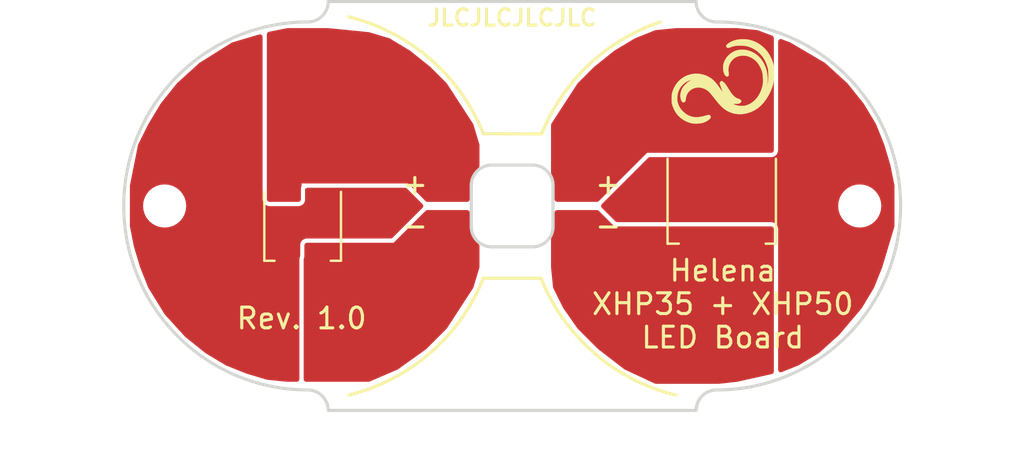
<source format=kicad_pcb>
(kicad_pcb (version 20221018) (generator pcbnew)
  (layers (0 "F.Cu" signal) (31 "B.Cu" signal) (34 "B.Paste" user) (35 "F.Paste" user) (36 "B.SilkS" user "B.Silkscreen") (37 "F.SilkS" user "F.Silkscreen") (38 "B.Mask" user) (39 "F.Mask" user) (44 "Edge.Cuts" user))
  (net 0 "")
  (net 1 "Net-(D1-K)")
  (net 2 "Net-(D1-A)")
  (net 3 "unconnected-(D1-PAD-Pad3)")
  (net 4 "Net-(D2-K)")
  (net 5 "Net-(D2-A)")
  (net 6 "unconnected-(D2-PAD-Pad3)")
  (footprint "XHP35_XHP50_KD2:MountingHole_3.2mm_M3" (layer "F.Cu") (at 50 143)
    (fp_text reference "REF**" hide)
    (fp_text value "MountingHole_3.0mm")
    (pad "" np_thru_hole circle (at 0 0) (size 3 3) (drill 3) (layers "*.Cu" "*.Mask"))
  )
  (footprint "XHP35_XHP50_KD2:MountingHole_3.2mm_M3" (layer "F.Cu") (at 50 157)
    (fp_text reference "REF**" hide)
    (fp_text value "MountingHole_3.0mm")
    (pad "" np_thru_hole circle (at 0 0) (size 3 3) (drill 3) (layers "*.Cu" "*.Mask"))
  )
  (footprint "XHP35_XHP50_KD2:MountingHole_3.2mm_M3" (layer "F.Cu") (at 67 150)
    (fp_text reference "REF**" hide)
    (fp_text value "MountingHole_3.0mm")
    (pad "" np_thru_hole circle (at 0 0) (size 1.6 1.6) (drill 1.6) (layers "*.Cu" "*.Mask"))
  )
  (footprint "XHP35_XHP50_KD2:MountingHole_3.2mm_M3" (layer "F.Cu") (at 33 150)
    (fp_text reference "REF**" hide)
    (fp_text value "MountingHole_3.0mm")
    (pad "" np_thru_hole circle (at 0 0) (size 1.6 1.6) (drill 1.6) (layers "*.Cu" "*.Mask"))
  )
  (footprint "XHP35_XHP50_KD2:PinHeader_2x02_P2.00mm_Vertical_SMD" (layer "F.Cu") (at 50 150)
    (fp_text reference "J1" hide)
    (fp_text value "Conn_02x02_Odd_Even")
    (pad "1" smd rect (at -3.15 -1) (size 1.7 1) (layers "F.Cu" "F.Paste" "F.Mask") (net 2 "Net-(D1-A)"))
    (pad "2" smd rect (at 3.15 -1) (size 1.7 1) (layers "F.Cu" "F.Paste" "F.Mask") (net 5 "Net-(D2-A)"))
    (pad "3" smd rect (at -3.15 1) (size 1.7 1) (layers "F.Cu" "F.Paste" "F.Mask") (net 1 "Net-(D1-K)"))
    (pad "4" smd rect (at 3.15 1) (size 1.7 1) (layers "F.Cu" "F.Paste" "F.Mask") (net 4 "Net-(D2-K)"))
  )
  (footprint "XHP35_XHP50_KD2:Helena_5,0x4,1mm" (layer "F.Cu") (at 60.3 143.9)
    (fp_text reference "G***" hide)
    (fp_text value "LOGO" hide)
    (fp_poly (pts (xy 1.121858 -2.050452) (xy 1.24378 -2.037938) (xy 1.333863 -2.020586) (xy 1.532991 -1.955444) (xy 1.718711 -1.864607) (xy 1.889446 -1.749826) (xy 2.043616 -1.612847) (xy 2.179642 -1.45542) (xy 2.295946 -1.279292) (xy 2.390948 -1.086211) (xy 2.46307 -0.877926) (xy 2.497537 -0.732118) (xy 2.504539 -0.679398) (xy 2.510162 -0.603584) (xy 2.514059 -0.511445) (xy 2.515882 -0.409752) (xy 2.515966 -0.37353) (xy 2.512664 -0.219078) (xy 2.502381 -0.084343) (xy 2.483638 0.040334) (xy 2.454958 0.164608) (xy 2.414863 0.298136) (xy 2.411667 0.307849) (xy 2.335236 0.504347) (xy 2.238738 0.69579) (xy 2.125567 0.877258) (xy 1.999113 1.04383) (xy 1.862769 1.190589) (xy 1.719927 1.312612) (xy 1.717819 1.31418) (xy 1.546379 1.424246) (xy 1.363047 1.510058) (xy 1.171958 1.570334) (xy 0.977241 1.603792) (xy 0.783031 1.60915) (xy 0.769471 1.608434) (xy 0.627222 1.59432) (xy 0.500841 1.567901) (xy 0.377773 1.526094) (xy 0.304402 1.494248) (xy 0.213233 1.447822) (xy 0.126756 1.394225) (xy 0.041974 1.33067) (xy -0.04411 1.254368) (xy -0.134493 1.162534) (xy -0.232172 1.052381) (xy -0.340145 0.92112) (xy -0.417258 0.823174) (xy -0.480457 0.74308) (xy -0.54277 0.666407) (xy -0.600077 0.598053) (xy -0.648257 0.542919) (xy -0.683191 0.505905) (xy -0.687363 0.50191) (xy -0.789866 0.423721) (xy -0.908323 0.363015) (xy -1.035528 0.322071) (xy -1.164274 0.303168) (xy -1.287356 0.308583) (xy -1.294879 0.309812) (xy -1.421208 0.344994) (xy -1.534817 0.403263) (xy -1.632593 0.481355) (xy -1.711426 0.576008) (xy -1.768206 0.683959) (xy -1.79982 0.801944) (xy -1.804306 0.844111) (xy -1.814264 0.924428) (xy -1.833259 0.98024) (xy -1.863445 1.01612) (xy -1.892857 1.032005) (xy -1.938046 1.035632) (xy -1.978923 1.013495) (xy -2.014153 0.969563) (xy -2.042407 0.907806) (xy -2.062351 0.832193) (xy -2.072653 0.746693) (xy -2.071982 0.655276) (xy -2.059005 0.56191) (xy -2.055659 0.546892) (xy -2.034789 0.476234) (xy -2.006073 0.400796) (xy -1.983649 0.352657) (xy -1.930431 0.270091) (xy -1.857675 0.183459) (xy -1.773273 0.100556) (xy -1.685115 0.029177) (xy -1.606176 -0.020288) (xy -1.560413 -0.045803) (xy -1.541153 -0.06063) (xy -1.546969 -0.064711) (xy -1.576438 -0.057991) (xy -1.628135 -0.040411) (xy -1.673412 -0.022964) (xy -1.810312 0.047415) (xy -1.932756 0.142171) (xy -2.037856 0.25813) (xy -2.122725 0.392119) (xy -2.183493 0.537882) (xy -2.20662 0.634928) (xy -2.220286 0.746058) (xy -2.22399 0.860073) (xy -2.217235 0.965776) (xy -2.205468 1.031036) (xy -2.156792 1.177185) (xy -2.086653 1.308035) (xy -1.991481 1.429772) (xy -1.950902 1.472062) (xy -1.818909 1.585737) (xy -1.679858 1.670843) (xy -1.532781 1.727622) (xy -1.37671 1.756318) (xy -1.210678 1.757174) (xy -1.033715 1.730432) (xy -0.976506 1.716582) (xy -0.87359 1.689706) (xy -0.795617 1.669866) (xy -0.738656 1.656399) (xy -0.698776 1.648643) (xy -0.672047 1.645933) (xy -0.654538 1.647606) (xy -0.642318 1.652998) (xy -0.634527 1.658863) (xy -0.600542 1.703818) (xy -0.590004 1.757313) (xy -0.597763 1.793221) (xy -0.627733 1.83636) (xy -0.680735 1.883641) (xy -0.750939 1.931457) (xy -0.832518 1.976199) (xy -0.919644 2.014256) (xy -0.994402 2.038843) (xy -1.077795 2.055348) (xy -1.179432 2.06604) (xy -1.288905 2.070642) (xy -1.395801 2.068879) (xy -1.489711 2.060476) (xy -1.53147 2.053055) (xy -1.712991 1.99762) (xy -1.883481 1.915957) (xy -2.03941 1.810301) (xy -2.177247 1.682891) (xy -2.248436 1.598706) (xy -2.325212 1.488315) (xy -2.387413 1.373384) (xy -2.441019 1.242517) (xy -2.452329 1.210235) (xy -2.472346 1.149473) (xy -2.485989 1.099733) (xy -2.494498 1.052344) (xy -2.499116 0.998636) (xy -2.501086 0.92994) (xy -2.501561 0.866588) (xy -2.499146 0.743112) (xy -2.489452 0.63918) (xy -2.470346 0.5449) (xy -2.439696 0.450381) (xy -2.395369 0.345731) (xy -2.383979 0.321235) (xy -2.290717 0.156871) (xy -2.175812 0.011703) (xy -2.041754 -0.112693) (xy -1.891034 -0.214742) (xy -1.726143 -0.292868) (xy -1.549572 -0.345495) (xy -1.363812 -0.371048) (xy -1.285932 -0.373333) (xy -1.139321 -0.362469) (xy -0.985951 -0.33237) (xy -0.839005 -0.286059) (xy -0.763202 -0.253578) (xy -0.667219 -0.20374) (xy -0.580489 -0.149572) (xy -0.499533 -0.087678) (xy -0.420873 -0.014663) (xy -0.341029 0.072869) (xy -0.256523 0.178314) (xy -0.163877 0.305068) (xy -0.106757 0.387184) (xy -0.066651 0.445049) (xy -0.03342 0.491872) (xy -0.010212 0.523302) (xy -0.000175 0.534986) (xy 0 0.534782) (xy -0.004947 0.51865) (xy -0.018542 0.479767) (xy -0.038914 0.423355) (xy -0.064192 0.354632) (xy -0.074503 0.326892) (xy -0.101474 0.25223) (xy -0.124123 0.185152) (xy -0.140501 0.131773) (xy -0.148655 0.09821) (xy -0.149209 0.092703) (xy -0.139056 0.059961) (xy -0.114203 0.024149) (xy -0.083552 -0.004282) (xy -0.057512 -0.014941) (xy -0.025589 -0.004006) (xy 0.017859 0.025151) (xy 0.066148 0.067059) (xy 0.112597 0.116244) (xy 0.131549 0.139866) (xy 0.160567 0.18089) (xy 0.200254 0.240515) (xy 0.246007 0.311656) (xy 0.293221 0.387231) (xy 0.307644 0.410795) (xy 0.399525 0.551206) (xy 0.487619 0.664543) (xy 0.571351 0.750188) (xy 0.650145 0.807521) (xy 0.694765 0.828057) (xy 0.770276 0.855765) (xy 0.822751 0.878555) (xy 0.857931 0.899553) (xy 0.881559 0.921886) (xy 0.891115 0.934955) (xy 0.907774 0.966268) (xy 0.906063 0.991456) (xy 0.895582 1.01239) (xy 0.859491 1.056417) (xy 0.807924 1.085183) (xy 0.736816 1.100112) (xy 0.642105 1.102627) (xy 0.638363 1.102509) (xy 0.57623 1.101094) (xy 0.540014 1.102253) (xy 0.525819 1.106513) (xy 0.52975 1.114405) (xy 0.532882 1.116842) (xy 0.602302 1.1538) (xy 0.692904 1.182076) (xy 0.797009 1.20074) (xy 0.906941 1.208863) (xy 1.015022 1.205515) (xy 1.113574 1.189767) (xy 1.120588 1.188003) (xy 1.274751 1.132909) (xy 1.418582 1.051373) (xy 1.550214 0.945614) (xy 1.667775 0.817848) (xy 1.769395 0.670296) (xy 1.853204 0.505173) (xy 1.917333 0.324699) (xy 1.945708 0.209376) (xy 1.945744 0.209176) (xy 2.166471 0.209176) (xy 2.171937 0.221475) (xy 2.176432 0.219137) (xy 2.17822 0.201405) (xy 2.176432 0.199216) (xy 2.167549 0.201267) (xy 2.166471 0.209176) (xy 1.945744 0.209176) (xy 1.95886 0.137977) (xy 1.966737 0.071789) (xy 1.969978 0.000768) (xy 1.969225 -0.085127) (xy 1.967637 -0.134471) (xy 1.960303 -0.259879) (xy 1.947136 -0.365092) (xy 1.925965 -0.459569) (xy 1.894617 -0.552772) (xy 1.850922 -0.654162) (xy 1.845899 -0.664882) (xy 1.758973 -0.822243) (xy 1.658022 -0.954053) (xy 1.541541 -1.061894) (xy 1.408024 -1.14735) (xy 1.368041 -1.167173) (xy 1.253518 -1.214133) (xy 1.147215 -1.242085) (xy 1.036971 -1.253871) (xy 0.993588 -1.254704) (xy 0.842551 -1.242588) (xy 0.707877 -1.205872) (xy 0.588194 -1.144008) (xy 0.482131 -1.056448) (xy 0.472119 -1.04615) (xy 0.382459 -0.931404) (xy 0.319257 -0.804261) (xy 0.28347 -0.667766) (xy 0.276055 -0.524962) (xy 0.283941 -0.447856) (xy 0.293872 -0.36517) (xy 0.293257 -0.30627) (xy 0.28132 -0.266699) (xy 0.257283 -0.242003) (xy 0.247101 -0.236601) (xy 0.215582 -0.228548) (xy 0.182359 -0.237883) (xy 0.163059 -0.248315) (xy 0.113787 -0.293016) (xy 0.073374 -0.361149) (xy 0.042804 -0.447321) (xy 0.023057 -0.546136) (xy 0.015116 -0.652203) (xy 0.019963 -0.760127) (xy 0.03858 -0.864516) (xy 0.046024 -0.891162) (xy 0.104402 -1.033686) (xy 0.187928 -1.165505) (xy 0.292739 -1.283087) (xy 0.414974 -1.3829) (xy 0.550771 -1.461412) (xy 0.69627 -1.515093) (xy 0.739588 -1.525482) (xy 0.841012 -1.53909) (xy 0.958024 -1.542426) (xy 1.078292 -1.535858) (xy 1.18948 -1.519756) (xy 1.228213 -1.510843) (xy 1.408029 -1.448963) (xy 1.572428 -1.361741) (xy 1.720427 -1.249999) (xy 1.851041 -1.114563) (xy 1.963288 -0.956254) (xy 2.024608 -0.844177) (xy 2.102245 -0.662724) (xy 2.15574 -0.480324) (xy 2.186352 -0.290685) (xy 2.19534 -0.087515) (xy 2.193186 -0.001591) (xy 2.185789 0.171823) (xy 2.208107 0.089647) (xy 2.219495 0.027883) (xy 2.227543 -0.056425) (xy 2.232279 -0.156128) (xy 2.233727 -0.264077) (xy 2.231914 -0.373125) (xy 2.226865 -0.476121) (xy 2.218606 -0.565918) (xy 2.207164 -0.635366) (xy 2.205458 -0.642471) (xy 2.140283 -0.847545) (xy 2.052962 -1.035779) (xy 1.944768 -1.205504) (xy 1.816973 -1.355051) (xy 1.670849 -1.482747) (xy 1.507669 -1.586925) (xy 1.471706 -1.605483) (xy 1.351928 -1.660083) (xy 1.241334 -1.698745) (xy 1.12929 -1.724129) (xy 1.005167 -1.738896) (xy 0.918883 -1.743831) (xy 0.758107 -1.744203) (xy 0.616911 -1.730757) (xy 0.487846 -1.702423) (xy 0.385203 -1.667072) (xy 0.318677 -1.642476) (xy 0.271758 -1.631403) (xy 0.237557 -1.633559) (xy 0.209186 -1.64865) (xy 0.197053 -1.659053) (xy 0.169508 -1.69653) (xy 0.167901 -1.736) (xy 0.192917 -1.780613) (xy 0.232548 -1.822113) (xy 0.309497 -1.880089) (xy 0.409064 -1.935103) (xy 0.523991 -1.983606) (xy 0.635 -2.018878) (xy 0.737468 -2.038969) (xy 0.859141 -2.050944) (xy 0.990457 -2.054779) (xy 1.121858 -2.050452)) (stroke (width 0.01)) (fill solid) (layer "F.SilkS"))
  )
  (footprint "XHP35_XHP50_KD2:LED_Cree-XHP35_6V" (layer "F.Cu") (at 39.75 150.80625 90)
    (fp_text reference "D1" hide)
    (fp_text value "LED_Cree_XHP35_6V")
    (fp_line (start -1.875 -1.875) (end -1.875 -1.375) (stroke (width 0.12)) (layer "F.SilkS"))
    (fp_line (start -1.875 1.875) (end -1.875 1.375) (stroke (width 0.12)) (layer "F.SilkS"))
    (fp_line (start 1.5 -1.875) (end -1.875 -1.875) (stroke (width 0.12)) (layer "F.SilkS"))
    (fp_line (start 1.5 1.875) (end -1.875 1.875) (stroke (width 0.12)) (layer "F.SilkS"))
    (pad "1" smd rect (at -1.4 0.885 90) (size 0.5 1.53) (layers "F.Cu") (net 1 "Net-(D1-K)"))
    (pad "2" smd rect (at 1.4 -0.885 90) (size 0.5 1.53) (layers "F.Cu" "F.Mask") (net 2 "Net-(D1-A)"))
    (pad "3" smd rect (at -1.15 -0.885 90) (size 1 1.53) (layers "F.Cu") (net 3 "unconnected-(D1-PAD-Pad3)"))
    (pad "3" smd rect (at 0 0 90) (size 1.3 3.3) (layers "F.Cu") (net 3 "unconnected-(D1-PAD-Pad3)"))
    (pad "3" smd rect (at 1.15 0.885 90) (size 1 1.53) (layers "F.Cu") (net 3 "unconnected-(D1-PAD-Pad3)"))
  )
  (footprint "XHP35_XHP50_KD2:LED_Cree-XHP50_6V" (layer "F.Cu") (at 60.25 149.19375 90)
    (fp_text reference "D2" hide)
    (fp_text value "LED_Cree_XHP50_6V")
    (fp_line (start -2.65 -2.65) (end -2.65 -2.1) (stroke (width 0.12)) (layer "F.SilkS"))
    (fp_line (start -2.65 2.65) (end -2.65 2.15) (stroke (width 0.12)) (layer "F.SilkS"))
    (fp_line (start 1.5 -2.65) (end -2.65 -2.65) (stroke (width 0.12)) (layer "F.SilkS"))
    (fp_line (start 1.5 2.65) (end -2.65 2.65) (stroke (width 0.12)) (layer "F.SilkS"))
    (pad "1" smd rect (at -2.14 0 90) (size 0.5 4.78) (layers "F.Cu" "F.Mask") (net 4 "Net-(D2-K)"))
    (pad "2" smd rect (at 2.14 0 90) (size 0.5 4.78) (layers "F.Cu" "F.Mask") (net 5 "Net-(D2-A)"))
    (pad "3" smd rect (at 0 0 90) (size 2.78 4.78) (layers "F.Cu" "F.Mask") (net 6 "unconnected-(D2-PAD-Pad3)"))
  )
  (gr_line (start 48.588833 146.464466) (end 51.441698 146.476679) (stroke (width 0.15)) (layer "F.SilkS"))
  (gr_line (start 48.588833 153.535534) (end 51.411167 153.535534) (stroke (width 0.15)) (layer "F.SilkS"))
  (gr_arc (start 41.999999 140.750001) (mid 45.987333 142.808293) (end 48.588833 146.464466) (stroke (width 0.15)) (layer "F.SilkS"))
  (gr_arc (start 48.588833 153.535534) (mid 45.987333 157.191707) (end 41.999999 159.249999) (stroke (width 0.15)) (layer "F.SilkS"))
  (gr_arc (start 51.441698 146.476679) (mid 53.741737 143.097647) (end 57.250001 141.000001) (stroke (width 0.15)) (layer "F.SilkS"))
  (gr_arc (start 58.000001 159.249999) (mid 54.012667 157.191707) (end 51.411167 153.535534) (stroke (width 0.15)) (layer "F.SilkS"))
  (gr_line (start 41 160) (end 59 160) (stroke (width 0.15)) (layer "Edge.Cuts"))
  (gr_line (start 41 140) (end 59 140) (stroke (width 0.15)) (layer "Edge.Cuts"))
  (gr_line (start 52 149) (end 52 151) (stroke (width 0.15)) (layer "Edge.Cuts"))
  (gr_line (start 51 152) (end 49 152) (stroke (width 0.15)) (layer "Edge.Cuts"))
  (gr_line (start 48 149) (end 48 151) (stroke (width 0.15)) (layer "Edge.Cuts"))
  (gr_line (start 51 148) (end 49 148) (stroke (width 0.15)) (layer "Edge.Cuts"))
  (gr_arc (start 60 141) (mid 69 150) (end 60 159) (stroke (width 0.15)) (layer "Edge.Cuts"))
  (gr_arc (start 49 152) (mid 48.292893 151.707107) (end 48 151) (stroke (width 0.15)) (layer "Edge.Cuts"))
  (gr_arc (start 48 149) (mid 48.292893 148.292893) (end 49 148) (stroke (width 0.15)) (layer "Edge.Cuts"))
  (gr_arc (start 60 141) (mid 59.292893 140.707107) (end 59 140) (stroke (width 0.15)) (layer "Edge.Cuts"))
  (gr_arc (start 40 159) (mid 40.707107 159.292893) (end 41 160) (stroke (width 0.15)) (layer "Edge.Cuts"))
  (gr_arc (start 52 151) (mid 51.707107 151.707107) (end 51 152) (stroke (width 0.15)) (layer "Edge.Cuts"))
  (gr_arc (start 41 140) (mid 40.707107 140.707107) (end 40 141) (stroke (width 0.15)) (layer "Edge.Cuts"))
  (gr_arc (start 51 148) (mid 51.707107 148.292893) (end 52 149) (stroke (width 0.15)) (layer "Edge.Cuts"))
  (gr_arc (start 59 160) (mid 59.292893 159.292893) (end 60 159) (stroke (width 0.15)) (layer "Edge.Cuts"))
  (gr_arc (start 40 159) (mid 31 150) (end 40 141) (stroke (width 0.15)) (layer "Edge.Cuts"))
  (gr_text "-" (at 45.2375 150.9525) (layer "F.SilkS") (effects (font (size 1.016 1.016) (thickness 0.1524))))
  (gr_text "-" (at 54.699 150.9525) (layer "F.SilkS") (effects (font (size 1.016 1.016) (thickness 0.1524))))
  (gr_text "+" (at 54.699 148.9205) (layer "F.SilkS") (effects (font (size 1.016 1.016) (thickness 0.1524))))
  (gr_text "Rev. 1.0" (at 39.7 155.5) (layer "F.SilkS") (effects (font (size 1.016 1.016) (thickness 0.1524))))
  (gr_text "+" (at 45.2375 148.9205) (layer "F.SilkS") (effects (font (size 1.016 1.016) (thickness 0.1524))))
  (gr_text "JLCJLCJLCJLC" (at 50 140.7925) (layer "F.SilkS") (effects (font (size 0.8 0.8))))
  (gr_text "Helena\nXHP35 + XHP50\nLED Board" (at 60.3 154.8) (layer "F.SilkS") (effects (font (size 1.016 1.016) (thickness 0.1524))))
  (zone (net 4) (net_name "Net-(D2-K)") (layer "F.Cu") (priority 4) (connect_pads yes (clearance 0.2032)) (min_thickness 0.25) (fill yes (thermal_gap 0.5) (thermal_bridge_width 0.5))
    (polygon (pts (xy 51.9 150.2) (xy 54.2 150.2) (xy 55 151) (xy 62.8 151) (xy 62.8 158.2) (xy 61 158.6) (xy 60.1 158.7) (xy 57 158.7) (xy 55.5 158) (xy 54.2 157) (xy 53.2 156) (xy 52.5 155) (xy 52 154) (xy 51.9 153)))
  )
  (zone (net 6) (net_name "unconnected-(D2-PAD-Pad3)") (layer "F.Cu") (priority 1) (connect_pads yes (clearance 0.2032)) (min_thickness 0.25) (fill yes (thermal_gap 0.5) (thermal_bridge_width 0.5))
    (polygon (pts (xy 68.7 149) (xy 68.5 148) (xy 68.2 147) (xy 67.8 146) (xy 67.2 145) (xy 66.4 144) (xy 65.3 143) (xy 63.6 142) (xy 62 141.4) (xy 61 141.3) (xy 58 141.3) (xy 57 141.4) (xy 56 141.8) (xy 55 142.4) (xy 54 143.2) (xy 53.2 144) (xy 52.5 145) (xy 51.9 146) (xy 51.9 153) (xy 52 154) (xy 52.5 155) (xy 53.2 156) (xy 54.2 157) (xy 55.5 158) (xy 57 158.7) (xy 60 158.7) (xy 61 158.6) (xy 63 158.2) (xy 64 157.8) (xy 65 157.2) (xy 66 156.3) (xy 67.1 155) (xy 67.7 154) (xy 68.1 153) (xy 68.7 151)))
  )
  (zone (net 3) (net_name "unconnected-(D1-PAD-Pad3)") (layer "F.Cu") (connect_pads yes (clearance 0.2032)) (min_thickness 0.25) (fill yes (thermal_gap 0.5) (thermal_bridge_width 0.5))
    (polygon (pts (xy 31.3 149) (xy 31.7 147) (xy 32.2 146) (xy 32.8 145) (xy 33.6 144) (xy 34.7 143) (xy 36.3 142) (xy 38 141.5) (xy 39 141.3) (xy 41 141.3) (xy 43 141.5) (xy 44 141.8) (xy 45 142.4) (xy 46 143.2) (xy 46.8 144) (xy 47.5 145) (xy 48.1 146) (xy 48.4 147) (xy 48.4 153) (xy 48.1 154) (xy 47.5 155) (xy 46.8 156) (xy 45.8 157) (xy 44.4 158) (xy 43 158.6) (xy 39 158.6) (xy 38 158.5) (xy 37 158.2) (xy 36 157.8) (xy 35 157.2) (xy 34 156.4) (xy 33 155.3) (xy 32.2 154) (xy 31.8 153) (xy 31.5 152) (xy 31.3 151)))
  )
  (zone (net 5) (net_name "Net-(D2-A)") (layer "F.Cu") (priority 5) (connect_pads yes (clearance 0.2032)) (min_thickness 0.25) (fill yes (thermal_gap 0.5) (thermal_bridge_width 0.5))
    (polygon (pts (xy 51.9 149.8) (xy 54.2 149.8) (xy 56.6 147.4) (xy 62.8 147.4) (xy 62.8 141.7) (xy 62 141.4) (xy 61 141.3) (xy 58 141.3) (xy 57 141.4) (xy 56 141.8) (xy 55 142.4) (xy 54 143.2) (xy 53.2 144) (xy 51.9 146)))
  )
  (zone (net 1) (net_name "Net-(D1-K)") (layer "F.Cu") (priority 2) (connect_pads yes (clearance 0.2032)) (min_thickness 0.25) (fill yes (thermal_gap 0.5) (thermal_bridge_width 0.5))
    (polygon (pts (xy 45.8 150.2) (xy 48.4 150.2) (xy 48.4 153) (xy 48.1 154) (xy 46.8 156) (xy 45.8 157) (xy 44.4 158) (xy 43 158.6) (xy 39.8 158.6) (xy 39.8 151.8) (xy 44.2 151.8)))
  )
  (zone (net 2) (net_name "Net-(D1-A)") (layer "F.Cu") (priority 3) (connect_pads yes (clearance 0.2032)) (min_thickness 0.25) (fill yes (thermal_gap 0.5) (thermal_bridge_width 0.5))
    (polygon (pts (xy 38 149.8) (xy 39.7 149.8) (xy 39.7 148.9) (xy 44.9 148.9) (xy 45.8 149.8) (xy 48.4 149.8) (xy 48.4 147) (xy 48.1 146) (xy 46.8 144) (xy 46 143.2) (xy 45 142.4) (xy 44 141.8) (xy 43 141.5) (xy 41 141.3) (xy 39 141.3) (xy 38 141.5)))
  )
)
</source>
